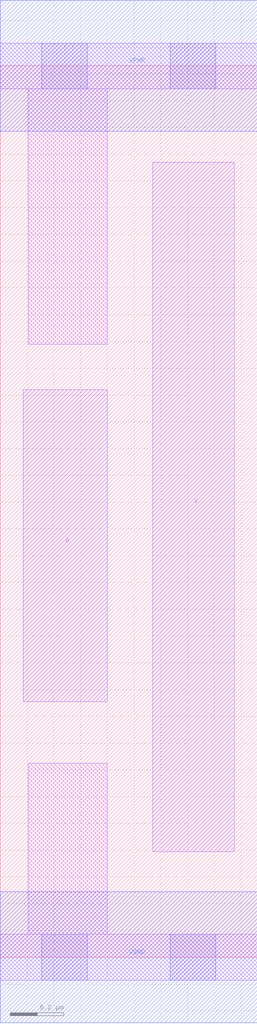
<source format=lef>
# Copyright 2020 The SkyWater PDK Authors
#
# Licensed under the Apache License, Version 2.0 (the "License");
# you may not use this file except in compliance with the License.
# You may obtain a copy of the License at
#
#     https://www.apache.org/licenses/LICENSE-2.0
#
# Unless required by applicable law or agreed to in writing, software
# distributed under the License is distributed on an "AS IS" BASIS,
# WITHOUT WARRANTIES OR CONDITIONS OF ANY KIND, either express or implied.
# See the License for the specific language governing permissions and
# limitations under the License.
#
# SPDX-License-Identifier: Apache-2.0

VERSION 5.7 ;
  NAMESCASESENSITIVE ON ;
  NOWIREEXTENSIONATPIN ON ;
  DIVIDERCHAR "/" ;
  BUSBITCHARS "[]" ;
UNITS
  DATABASE MICRONS 200 ;
END UNITS
MACRO sky130_fd_sc_lp__inv_0
  CLASS CORE ;
  SOURCE USER ;
  FOREIGN sky130_fd_sc_lp__inv_0 ;
  ORIGIN  0.000000  0.000000 ;
  SIZE  0.960000 BY  3.330000 ;
  SYMMETRY X Y R90 ;
  SITE unit ;
  PIN A
    ANTENNAGATEAREA  0.159000 ;
    DIRECTION INPUT ;
    USE SIGNAL ;
    PORT
      LAYER li1 ;
        RECT 0.085000 0.955000 0.400000 2.120000 ;
    END
  END A
  PIN Y
    ANTENNADIFFAREA  0.280900 ;
    DIRECTION OUTPUT ;
    USE SIGNAL ;
    PORT
      LAYER li1 ;
        RECT 0.570000 0.395000 0.875000 2.970000 ;
    END
  END Y
  PIN VGND
    DIRECTION INOUT ;
    USE GROUND ;
    PORT
      LAYER met1 ;
        RECT 0.000000 -0.245000 0.960000 0.245000 ;
    END
  END VGND
  PIN VPWR
    DIRECTION INOUT ;
    USE POWER ;
    PORT
      LAYER met1 ;
        RECT 0.000000 3.085000 0.960000 3.575000 ;
    END
  END VPWR
  OBS
    LAYER li1 ;
      RECT 0.000000 -0.085000 0.960000 0.085000 ;
      RECT 0.000000  3.245000 0.960000 3.415000 ;
      RECT 0.105000  0.085000 0.400000 0.725000 ;
      RECT 0.105000  2.290000 0.400000 3.245000 ;
    LAYER mcon ;
      RECT 0.155000 -0.085000 0.325000 0.085000 ;
      RECT 0.155000  3.245000 0.325000 3.415000 ;
      RECT 0.635000 -0.085000 0.805000 0.085000 ;
      RECT 0.635000  3.245000 0.805000 3.415000 ;
  END
END sky130_fd_sc_lp__inv_0

</source>
